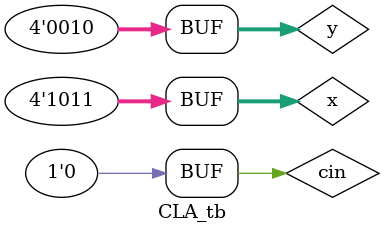
<source format=v>
module CLA(
    input[3:0] x, y,
    input cin,
    output[3:0] z,
    output[3:0] p, g,
    output cout
);
    wire[3:0] c;

    assign c[0] = cin;
    AC ac0(.x(x[0]), .y(y[0]), .c(c[0]), .z(z[0]), .p(p[0]), .g(g[0]));
    
    assign c[1] = g[0] | ( p[0] & c[0] );
    AC ac1(.x(x[1]), .y(y[1]), .c(c[1]), .z(z[1]), .p(p[1]), .g(g[1]));
    
    assign c[2] = g[1] | ( p[1] & c[1] );
    AC ac2(.x(x[2]), .y(y[2]), .c(c[2]), .z(z[2]), .p(p[2]), .g(g[2]));
    
    assign c[3] = g[2] | ( p[2] & c[2] );
    AC ac3(.x(x[3]), .y(y[3]), .c(c[3]), .z(z[3]), .p(p[3]), .g(g[3]));

    assign cout = g[3] | ( p[3] & c[3] );
endmodule

module CLA_tb;
    reg[3:0] x, y;
    reg cin;
    wire[3:0] z;
    wire[3:0] p, g;
    wire cout;

    CLA inst(.x(x), .y(y), .cin(cin),
            .z(z), .p(p), .g(g), .cout(cout));

    initial begin
        $display("x\ty\tci\t|\tco\tz\tp\tg");
        $monitor("%4b\t%4b\t%b\t|\t%b\t%4b\t%4b\t%4b", x, y, cin, cout, z, p, g);
    end

    initial begin
        x = 11;
        y = 2;
        cin = 0;
    end
endmodule
</source>
